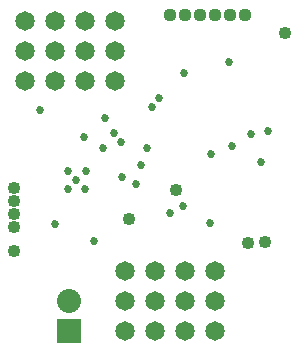
<source format=gbs>
G04 #@! TF.FileFunction,Soldermask,Bot*
%FSLAX46Y46*%
G04 Gerber Fmt 4.6, Leading zero omitted, Abs format (unit mm)*
G04 Created by KiCad (PCBNEW (2014-12-04 BZR 5312)-product) date 1/18/2015 1:46:40 PM*
%MOMM*%
G01*
G04 APERTURE LIST*
%ADD10C,0.100000*%
%ADD11C,1.083200*%
%ADD12R,2.032000X2.032000*%
%ADD13O,2.032000X2.032000*%
%ADD14C,1.117600*%
%ADD15C,1.644000*%
%ADD16C,0.685800*%
G04 APERTURE END LIST*
D10*
D11*
X47384920Y-45724880D03*
X47384920Y-44624880D03*
X47384920Y-46824880D03*
X70335140Y-30429200D03*
X57184920Y-46124880D03*
X61184920Y-43724880D03*
X47384920Y-43524880D03*
D12*
X52084920Y-55594880D03*
D13*
X52084920Y-53054880D03*
D11*
X67246500Y-48143160D03*
X68668900Y-48112680D03*
X47384920Y-48824880D03*
D14*
X60635240Y-28883200D03*
X61905240Y-28883200D03*
X63175240Y-28883200D03*
X64445240Y-28883200D03*
X65715240Y-28883200D03*
X66985240Y-28883200D03*
D15*
X55984920Y-34424880D03*
X53444920Y-34424880D03*
X50904920Y-34424880D03*
X48364920Y-34424880D03*
X55984920Y-31884880D03*
X53444920Y-31884880D03*
X50904920Y-31884880D03*
X48364920Y-31884880D03*
X55984920Y-29344880D03*
X53444920Y-29344880D03*
X50904920Y-29344880D03*
X48364920Y-29344880D03*
X56784920Y-50524880D03*
X59324920Y-50524880D03*
X61864920Y-50524880D03*
X64404920Y-50524880D03*
X56784920Y-53064880D03*
X59324920Y-53064880D03*
X61864920Y-53064880D03*
X64404920Y-53064880D03*
X56784920Y-55604880D03*
X59324920Y-55604880D03*
X61864920Y-55604880D03*
X64404920Y-55604880D03*
D16*
X50937160Y-46581060D03*
X53314810Y-39224880D03*
X55135780Y-37581840D03*
X61813440Y-33769300D03*
X65615820Y-32842200D03*
X68940680Y-38701980D03*
X64129920Y-40667940D03*
X64058800Y-46476920D03*
X54175660Y-47990760D03*
X49649380Y-36888420D03*
X53481700Y-42062400D03*
X52717900Y-42823200D03*
X53456300Y-43561000D03*
X51983100Y-43561000D03*
X51983100Y-42087800D03*
X56578500Y-42575480D03*
X58211730Y-41607740D03*
X67520820Y-38948360D03*
X57741820Y-43152010D03*
X60622180Y-45651420D03*
X56525160Y-39657020D03*
X59146440Y-36677600D03*
X55882540Y-38839140D03*
X59723020Y-35859720D03*
X61770260Y-45072300D03*
X54983380Y-40157400D03*
X68353940Y-41305480D03*
X65913000Y-39923720D03*
X58691780Y-40149780D03*
M02*

</source>
